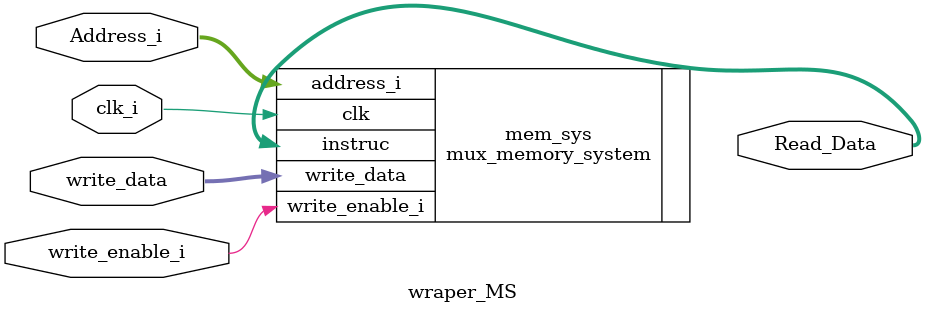
<source format=v>
module wraper_MS	//Instance of description of input and output elements "Wrapper".
#(
parameter MEMORY_DEPTH = 32,
parameter DATA_WIDTH = 32
)
(//Module inputs and outputs.
	input clk_i,
	input write_enable_i,
	input [(DATA_WIDTH-1):0] Address_i,
	input [(DATA_WIDTH-1):0] write_data,
	output [(DATA_WIDTH-1):0] Read_Data
);
//Instance of reg file with Wrapper inputs and outputs
mux_memory_system mem_sys(
	.write_enable_i(write_enable_i),//Enable signal, differentiador.
	.write_data(write_data),//Write data, for writing
	.address_i(Address_i),	//adress
	.clk(clk_i),				// Clock signal
	.instruc(Read_Data)		//Output of module	
);
endmodule
</source>
